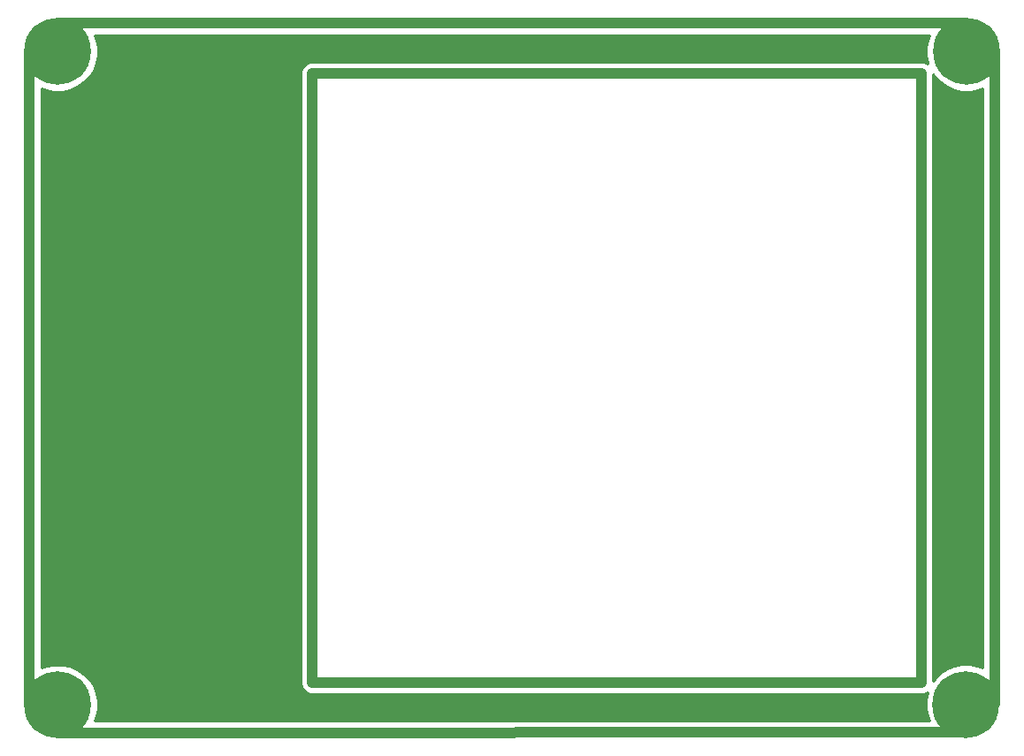
<source format=gbl>
G04 #@! TF.GenerationSoftware,KiCad,Pcbnew,(5.1.10-1-10_14)*
G04 #@! TF.CreationDate,2021-09-20T16:01:33+08:00*
G04 #@! TF.ProjectId,SMP top plate v.2 ,534d5020-746f-4702-9070-6c6174652076,rev?*
G04 #@! TF.SameCoordinates,Original*
G04 #@! TF.FileFunction,Copper,L2,Bot*
G04 #@! TF.FilePolarity,Positive*
%FSLAX46Y46*%
G04 Gerber Fmt 4.6, Leading zero omitted, Abs format (unit mm)*
G04 Created by KiCad (PCBNEW (5.1.10-1-10_14)) date 2021-09-20 16:01:33*
%MOMM*%
%LPD*%
G01*
G04 APERTURE LIST*
G04 #@! TA.AperFunction,NonConductor*
%ADD10C,1.000000*%
G04 #@! TD*
G04 #@! TA.AperFunction,ConnectorPad*
%ADD11C,6.400000*%
G04 #@! TD*
G04 #@! TA.AperFunction,ComponentPad*
%ADD12C,3.600000*%
G04 #@! TD*
G04 #@! TA.AperFunction,NonConductor*
%ADD13C,0.254000*%
G04 #@! TD*
G04 #@! TA.AperFunction,NonConductor*
%ADD14C,0.100000*%
G04 #@! TD*
G04 APERTURE END LIST*
D10*
X92158820Y-131414520D02*
X92158820Y-69032120D01*
X94922340Y-134190740D02*
X181737000Y-134165319D01*
X184533799Y-131414520D02*
X184533799Y-69032120D01*
X94922340Y-66255921D02*
X181739540Y-66255921D01*
X119245380Y-71066760D02*
X119249420Y-129368340D01*
X177543460Y-129368340D02*
X119249420Y-129368340D01*
X177543460Y-71066760D02*
X177543460Y-129367380D01*
X177543460Y-71067380D02*
X119250460Y-71067380D01*
D11*
X181787255Y-131465320D03*
D12*
X181787255Y-131465320D03*
D11*
X94858819Y-131490720D03*
D12*
X94858819Y-131490720D03*
D11*
X181833800Y-68955920D03*
D12*
X181833800Y-68955920D03*
D11*
X94869000Y-68955920D03*
D12*
X94869000Y-68955920D03*
D13*
X178146177Y-67837292D02*
X177998800Y-68578205D01*
X177998800Y-69333635D01*
X178146177Y-70074548D01*
X178160758Y-70109750D01*
X177979906Y-70013084D01*
X177765958Y-69948183D01*
X177543460Y-69926269D01*
X177481413Y-69932380D01*
X119307383Y-69932380D01*
X119245301Y-69926270D01*
X119022804Y-69948199D01*
X118808860Y-70013115D01*
X118611692Y-70118520D01*
X118438876Y-70260367D01*
X118297053Y-70433203D01*
X118191674Y-70630387D01*
X118126788Y-70844339D01*
X118110377Y-71011087D01*
X118110381Y-71063201D01*
X118109969Y-71067380D01*
X118110381Y-71071565D01*
X118114416Y-129312626D01*
X118108929Y-129368340D01*
X118114424Y-129424132D01*
X118114424Y-129424170D01*
X118119457Y-129475235D01*
X118130843Y-129590839D01*
X118130855Y-129590880D01*
X118130859Y-129590916D01*
X118159778Y-129686224D01*
X118195744Y-129804787D01*
X118195765Y-129804827D01*
X118195775Y-129804859D01*
X118242898Y-129893006D01*
X118301136Y-130001963D01*
X118301163Y-130001995D01*
X118301180Y-130002028D01*
X118366774Y-130081944D01*
X118442971Y-130174789D01*
X118443004Y-130174816D01*
X118443027Y-130174844D01*
X118520365Y-130238305D01*
X118615797Y-130316624D01*
X118615836Y-130316645D01*
X118615863Y-130316667D01*
X118704006Y-130363772D01*
X118812973Y-130422016D01*
X118813014Y-130422029D01*
X118813047Y-130422046D01*
X118912705Y-130452270D01*
X119026921Y-130486917D01*
X119026963Y-130486921D01*
X119026999Y-130486932D01*
X119127864Y-130496859D01*
X119193668Y-130503340D01*
X119193717Y-130503340D01*
X119249499Y-130508830D01*
X119305202Y-130503340D01*
X177497456Y-130503340D01*
X177543460Y-130507871D01*
X177589465Y-130503340D01*
X177599212Y-130503340D01*
X177765959Y-130486917D01*
X177979907Y-130422016D01*
X178097110Y-130359370D01*
X177952255Y-131087605D01*
X177952255Y-131843035D01*
X178099632Y-132583948D01*
X178284943Y-133031330D01*
X98361958Y-133054733D01*
X98546442Y-132609348D01*
X98693819Y-131868435D01*
X98693819Y-131113005D01*
X98546442Y-130372092D01*
X98257352Y-129674166D01*
X97837658Y-129046050D01*
X97303489Y-128511881D01*
X96675373Y-128092187D01*
X95977447Y-127803097D01*
X95236534Y-127655720D01*
X94481104Y-127655720D01*
X93740191Y-127803097D01*
X93293820Y-127987990D01*
X93293820Y-72454433D01*
X93750372Y-72643543D01*
X94491285Y-72790920D01*
X95246715Y-72790920D01*
X95987628Y-72643543D01*
X96685554Y-72354453D01*
X97313670Y-71934759D01*
X97847839Y-71400590D01*
X98267533Y-70772474D01*
X98556623Y-70074548D01*
X98704000Y-69333635D01*
X98704000Y-68578205D01*
X98556623Y-67837292D01*
X98371730Y-67390921D01*
X178331070Y-67390921D01*
X178146177Y-67837292D01*
G04 #@! TA.AperFunction,NonConductor*
D14*
G36*
X178146177Y-67837292D02*
G01*
X177998800Y-68578205D01*
X177998800Y-69333635D01*
X178146177Y-70074548D01*
X178160758Y-70109750D01*
X177979906Y-70013084D01*
X177765958Y-69948183D01*
X177543460Y-69926269D01*
X177481413Y-69932380D01*
X119307383Y-69932380D01*
X119245301Y-69926270D01*
X119022804Y-69948199D01*
X118808860Y-70013115D01*
X118611692Y-70118520D01*
X118438876Y-70260367D01*
X118297053Y-70433203D01*
X118191674Y-70630387D01*
X118126788Y-70844339D01*
X118110377Y-71011087D01*
X118110381Y-71063201D01*
X118109969Y-71067380D01*
X118110381Y-71071565D01*
X118114416Y-129312626D01*
X118108929Y-129368340D01*
X118114424Y-129424132D01*
X118114424Y-129424170D01*
X118119457Y-129475235D01*
X118130843Y-129590839D01*
X118130855Y-129590880D01*
X118130859Y-129590916D01*
X118159778Y-129686224D01*
X118195744Y-129804787D01*
X118195765Y-129804827D01*
X118195775Y-129804859D01*
X118242898Y-129893006D01*
X118301136Y-130001963D01*
X118301163Y-130001995D01*
X118301180Y-130002028D01*
X118366774Y-130081944D01*
X118442971Y-130174789D01*
X118443004Y-130174816D01*
X118443027Y-130174844D01*
X118520365Y-130238305D01*
X118615797Y-130316624D01*
X118615836Y-130316645D01*
X118615863Y-130316667D01*
X118704006Y-130363772D01*
X118812973Y-130422016D01*
X118813014Y-130422029D01*
X118813047Y-130422046D01*
X118912705Y-130452270D01*
X119026921Y-130486917D01*
X119026963Y-130486921D01*
X119026999Y-130486932D01*
X119127864Y-130496859D01*
X119193668Y-130503340D01*
X119193717Y-130503340D01*
X119249499Y-130508830D01*
X119305202Y-130503340D01*
X177497456Y-130503340D01*
X177543460Y-130507871D01*
X177589465Y-130503340D01*
X177599212Y-130503340D01*
X177765959Y-130486917D01*
X177979907Y-130422016D01*
X178097110Y-130359370D01*
X177952255Y-131087605D01*
X177952255Y-131843035D01*
X178099632Y-132583948D01*
X178284943Y-133031330D01*
X98361958Y-133054733D01*
X98546442Y-132609348D01*
X98693819Y-131868435D01*
X98693819Y-131113005D01*
X98546442Y-130372092D01*
X98257352Y-129674166D01*
X97837658Y-129046050D01*
X97303489Y-128511881D01*
X96675373Y-128092187D01*
X95977447Y-127803097D01*
X95236534Y-127655720D01*
X94481104Y-127655720D01*
X93740191Y-127803097D01*
X93293820Y-127987990D01*
X93293820Y-72454433D01*
X93750372Y-72643543D01*
X94491285Y-72790920D01*
X95246715Y-72790920D01*
X95987628Y-72643543D01*
X96685554Y-72354453D01*
X97313670Y-71934759D01*
X97847839Y-71400590D01*
X98267533Y-70772474D01*
X98556623Y-70074548D01*
X98704000Y-69333635D01*
X98704000Y-68578205D01*
X98556623Y-67837292D01*
X98371730Y-67390921D01*
X178331070Y-67390921D01*
X178146177Y-67837292D01*
G37*
G04 #@! TD.AperFunction*
D13*
X178854961Y-71400590D02*
X179389130Y-71934759D01*
X180017246Y-72354453D01*
X180715172Y-72643543D01*
X181456085Y-72790920D01*
X182211515Y-72790920D01*
X182952428Y-72643543D01*
X183398800Y-72458650D01*
X183398799Y-127981869D01*
X182905883Y-127777697D01*
X182164970Y-127630320D01*
X181409540Y-127630320D01*
X180668627Y-127777697D01*
X179970701Y-128066787D01*
X179342585Y-128486481D01*
X178808416Y-129020650D01*
X178678460Y-129215143D01*
X178678460Y-71136438D01*
X178854961Y-71400590D01*
G04 #@! TA.AperFunction,NonConductor*
D14*
G36*
X178854961Y-71400590D02*
G01*
X179389130Y-71934759D01*
X180017246Y-72354453D01*
X180715172Y-72643543D01*
X181456085Y-72790920D01*
X182211515Y-72790920D01*
X182952428Y-72643543D01*
X183398800Y-72458650D01*
X183398799Y-127981869D01*
X182905883Y-127777697D01*
X182164970Y-127630320D01*
X181409540Y-127630320D01*
X180668627Y-127777697D01*
X179970701Y-128066787D01*
X179342585Y-128486481D01*
X178808416Y-129020650D01*
X178678460Y-129215143D01*
X178678460Y-71136438D01*
X178854961Y-71400590D01*
G37*
G04 #@! TD.AperFunction*
M02*

</source>
